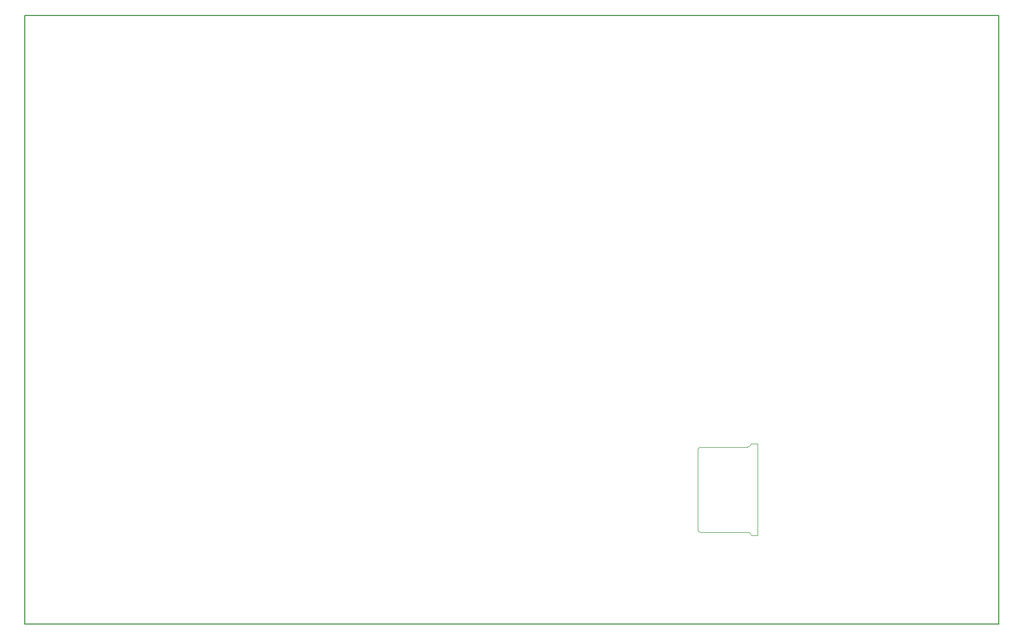
<source format=gbr>
%TF.GenerationSoftware,KiCad,Pcbnew,8.0.7*%
%TF.CreationDate,2024-12-24T20:08:54+01:00*%
%TF.ProjectId,Desktop_50_Pin_TopConn,4465736b-746f-4705-9f35-305f50696e5f,1.01*%
%TF.SameCoordinates,Original*%
%TF.FileFunction,Profile,NP*%
%FSLAX46Y46*%
G04 Gerber Fmt 4.6, Leading zero omitted, Abs format (unit mm)*
G04 Created by KiCad (PCBNEW 8.0.7) date 2024-12-24 20:08:54*
%MOMM*%
%LPD*%
G01*
G04 APERTURE LIST*
%TA.AperFunction,Profile*%
%ADD10C,0.200000*%
%TD*%
%TA.AperFunction,Profile*%
%ADD11C,0.100000*%
%TD*%
%TA.AperFunction,Profile*%
%ADD12C,0.050000*%
%TD*%
G04 APERTURE END LIST*
D10*
X-20000000Y3800000D02*
X-20000000Y-96200000D01*
X140000000Y3800000D02*
X140000000Y-96200000D01*
X-20000000Y-96200000D02*
X140000000Y-96200000D01*
X-20000000Y3800000D02*
X140000000Y3800000D01*
D11*
%TO.C,RP1*%
X90531200Y-80622000D02*
X90531200Y-67622000D01*
X91031200Y-67122000D02*
X98641200Y-67122000D01*
X98731200Y-81132000D02*
X91031200Y-81132000D01*
D12*
X99341200Y-66532000D02*
X100341200Y-66532000D01*
X100341200Y-66532000D02*
X100341200Y-81632000D01*
X100341200Y-81632000D02*
X99341200Y-81632000D01*
D11*
X90531200Y-67622000D02*
G75*
G02*
X91031200Y-67122000I500000J0D01*
G01*
X91031200Y-81132000D02*
G75*
G02*
X90531200Y-80622000I5001J505001D01*
G01*
X98731200Y-81132000D02*
G75*
G02*
X99341200Y-81632000I92497J-509254D01*
G01*
X99341200Y-66532000D02*
G75*
G02*
X98641200Y-67122000I-645000J55000D01*
G01*
%TD*%
M02*

</source>
